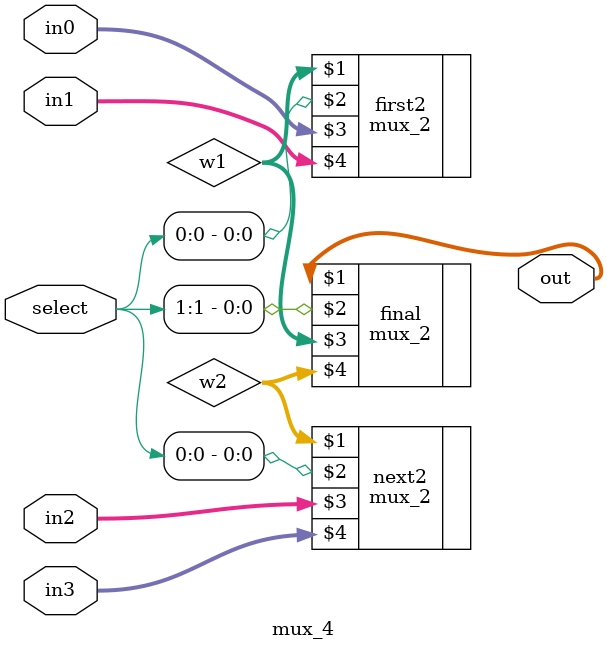
<source format=v>
module mux_4(out, select, in0, in1, in2, in3);
    input [1:0] select;
    input [31:0] in0, in1, in2, in3;
    output [31:0] out;
    wire [31:0] w1, w2;

    mux_2 first2(w1, select[0], in0, in1);
    mux_2 next2(w2, select[0], in2, in3);
    mux_2 final(out, select[1], w1, w2);
endmodule
</source>
